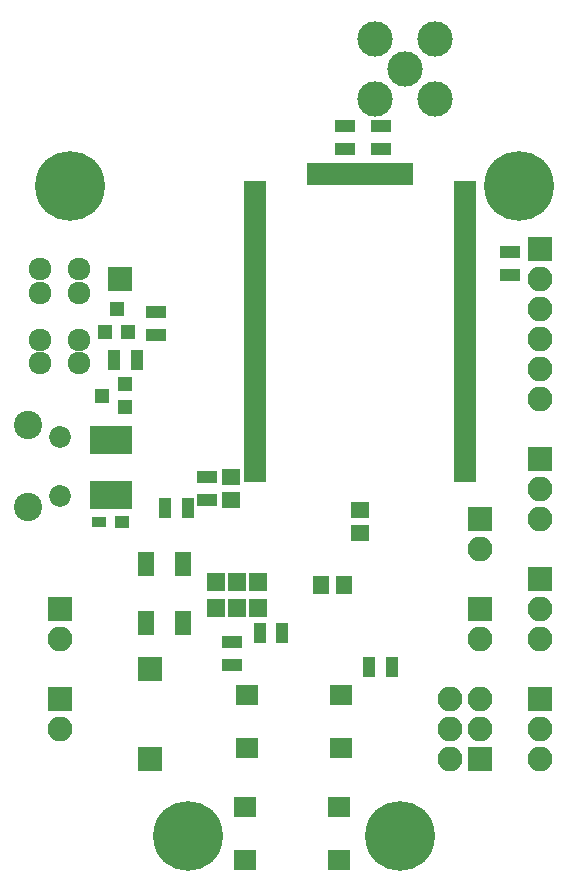
<source format=gbr>
G04 #@! TF.FileFunction,Soldermask,Bot*
%FSLAX46Y46*%
G04 Gerber Fmt 4.6, Leading zero omitted, Abs format (unit mm)*
G04 Created by KiCad (PCBNEW 4.0.7-e2-6376~58~ubuntu16.04.1) date Wed Mar 28 23:24:04 2018*
%MOMM*%
%LPD*%
G01*
G04 APERTURE LIST*
%ADD10C,0.100000*%
%ADD11C,3.000000*%
%ADD12R,1.400000X1.650000*%
%ADD13R,1.650000X1.400000*%
%ADD14R,1.200000X1.300000*%
%ADD15R,1.300000X1.200000*%
%ADD16R,1.200000X1.100000*%
%ADD17R,1.200000X0.900000*%
%ADD18R,1.600000X1.600000*%
%ADD19R,3.600000X2.400000*%
%ADD20C,1.850000*%
%ADD21C,2.400000*%
%ADD22R,2.100000X2.100000*%
%ADD23O,2.100000X2.100000*%
%ADD24C,5.900000*%
%ADD25R,1.700000X1.100000*%
%ADD26R,1.100000X1.700000*%
%ADD27C,1.924000*%
%ADD28R,1.924000X1.416000*%
%ADD29R,1.416000X1.924000*%
%ADD30R,1.400000X2.000000*%
%ADD31R,1.950000X1.700000*%
G04 APERTURE END LIST*
D10*
D11*
X135890000Y-63500000D03*
X130810000Y-63500000D03*
X130810000Y-68580000D03*
X135890000Y-68580000D03*
X133350000Y-66040000D03*
D12*
X128254000Y-109728000D03*
X126254000Y-109728000D03*
D13*
X129540000Y-105394000D03*
X129540000Y-103394000D03*
X118618000Y-102600000D03*
X118618000Y-100600000D03*
D14*
X109916000Y-88376000D03*
X108016000Y-88376000D03*
X108966000Y-86376000D03*
D15*
X109712000Y-92776000D03*
X109712000Y-94676000D03*
X107712000Y-93726000D03*
D16*
X109458000Y-104394000D03*
D17*
X107458000Y-104394000D03*
D18*
X120904000Y-109517000D03*
X120904000Y-111717000D03*
X117348000Y-109517000D03*
X117348000Y-111717000D03*
X119126000Y-109517000D03*
X119126000Y-111717000D03*
D19*
X108458000Y-102172000D03*
X108458000Y-97472000D03*
D20*
X104140000Y-97195000D03*
X104140000Y-102195000D03*
D21*
X101440000Y-96195000D03*
X101440000Y-103195000D03*
D22*
X139700000Y-124460000D03*
D23*
X137160000Y-124460000D03*
X139700000Y-121920000D03*
X137160000Y-121920000D03*
X139700000Y-119380000D03*
X137160000Y-119380000D03*
D22*
X104140000Y-111760000D03*
D23*
X104140000Y-114300000D03*
D22*
X104140000Y-119380000D03*
D23*
X104140000Y-121920000D03*
D22*
X144780000Y-81280000D03*
D23*
X144780000Y-83820000D03*
X144780000Y-86360000D03*
X144780000Y-88900000D03*
X144780000Y-91440000D03*
X144780000Y-93980000D03*
D24*
X105000000Y-76000000D03*
X133000000Y-131000000D03*
X143000000Y-76000000D03*
X115000000Y-131000000D03*
D22*
X111760000Y-116840000D03*
X109220000Y-83820000D03*
X111760000Y-124460000D03*
X144780000Y-99060000D03*
D23*
X144780000Y-101600000D03*
X144780000Y-104140000D03*
D22*
X144780000Y-119380000D03*
D23*
X144780000Y-121920000D03*
X144780000Y-124460000D03*
D22*
X144780000Y-109220000D03*
D23*
X144780000Y-111760000D03*
X144780000Y-114300000D03*
D22*
X139700000Y-111760000D03*
D23*
X139700000Y-114300000D03*
D22*
X139700000Y-104140000D03*
D23*
X139700000Y-106680000D03*
D25*
X112268000Y-88580000D03*
X112268000Y-86680000D03*
D26*
X110678000Y-90678000D03*
X108778000Y-90678000D03*
X121097000Y-113792000D03*
X122997000Y-113792000D03*
X113096000Y-103251000D03*
X114996000Y-103251000D03*
D25*
X116586000Y-102550000D03*
X116586000Y-100650000D03*
X131318000Y-72832000D03*
X131318000Y-70932000D03*
X128270000Y-72832000D03*
X128270000Y-70932000D03*
X118745000Y-114620000D03*
X118745000Y-116520000D03*
D27*
X102490000Y-82995000D03*
X102490000Y-84995000D03*
X102490000Y-88995000D03*
X102490000Y-90995000D03*
X105790000Y-82995000D03*
X105790000Y-84995000D03*
X105790000Y-88995000D03*
X105790000Y-90995000D03*
D28*
X138430000Y-100330000D03*
X138430000Y-99060000D03*
X138430000Y-97790000D03*
X138430000Y-96520000D03*
X138430000Y-95250000D03*
X138430000Y-93980000D03*
X138430000Y-92710000D03*
X138430000Y-91440000D03*
X138430000Y-90170000D03*
X138430000Y-88900000D03*
X138430000Y-87630000D03*
X138430000Y-86360000D03*
X138430000Y-85090000D03*
X138430000Y-83820000D03*
X138430000Y-82550000D03*
X138430000Y-81280000D03*
X138430000Y-80010000D03*
X138430000Y-78740000D03*
X138430000Y-77470000D03*
X138430000Y-76200000D03*
X120650000Y-76200000D03*
D29*
X133350000Y-74930000D03*
X132080000Y-74930000D03*
X130810000Y-74930000D03*
X129540000Y-74930000D03*
X128270000Y-74930000D03*
X127000000Y-74930000D03*
X125730000Y-74930000D03*
D28*
X120650000Y-77470000D03*
X120650000Y-78740000D03*
X120650000Y-80010000D03*
X120650000Y-81280000D03*
X120650000Y-82550000D03*
X120650000Y-83820000D03*
X120650000Y-85090000D03*
X120650000Y-86360000D03*
X120650000Y-87630000D03*
X120650000Y-88900000D03*
X120650000Y-90170000D03*
X120650000Y-91440000D03*
X120650000Y-92710000D03*
X120650000Y-93980000D03*
X120650000Y-95250000D03*
X120650000Y-96520000D03*
X120650000Y-97790000D03*
X120650000Y-99060000D03*
X120650000Y-100330000D03*
D25*
X142240000Y-81600000D03*
X142240000Y-83500000D03*
D30*
X111430000Y-107990000D03*
X114630000Y-107990000D03*
X111430000Y-112990000D03*
X114630000Y-112990000D03*
D26*
X132268000Y-116713000D03*
X130368000Y-116713000D03*
D31*
X119845000Y-128560000D03*
X119845000Y-133060000D03*
X127805000Y-133060000D03*
X127805000Y-128560000D03*
X119972000Y-119035000D03*
X119972000Y-123535000D03*
X127932000Y-123535000D03*
X127932000Y-119035000D03*
M02*

</source>
